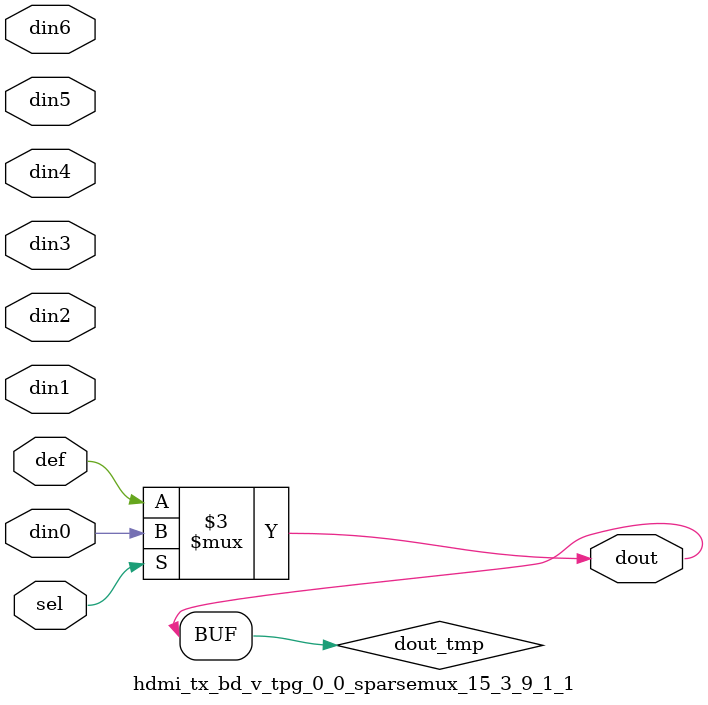
<source format=v>
`timescale 1ns / 1ps

(* DowngradeIPIdentifiedWarnings="yes" *) module hdmi_tx_bd_v_tpg_0_0_sparsemux_15_3_9_1_1 (din0,din1,din2,din3,din4,din5,din6,def,sel,dout);

parameter din0_WIDTH = 1;

parameter din1_WIDTH = 1;

parameter din2_WIDTH = 1;

parameter din3_WIDTH = 1;

parameter din4_WIDTH = 1;

parameter din5_WIDTH = 1;

parameter din6_WIDTH = 1;

parameter def_WIDTH = 1;
parameter sel_WIDTH = 1;
parameter dout_WIDTH = 1;

parameter [sel_WIDTH-1:0] CASE0 = 1;

parameter [sel_WIDTH-1:0] CASE1 = 1;

parameter [sel_WIDTH-1:0] CASE2 = 1;

parameter [sel_WIDTH-1:0] CASE3 = 1;

parameter [sel_WIDTH-1:0] CASE4 = 1;

parameter [sel_WIDTH-1:0] CASE5 = 1;

parameter [sel_WIDTH-1:0] CASE6 = 1;

parameter ID = 1;
parameter NUM_STAGE = 1;



input [din0_WIDTH-1:0] din0;

input [din1_WIDTH-1:0] din1;

input [din2_WIDTH-1:0] din2;

input [din3_WIDTH-1:0] din3;

input [din4_WIDTH-1:0] din4;

input [din5_WIDTH-1:0] din5;

input [din6_WIDTH-1:0] din6;

input [def_WIDTH-1:0] def;
input [sel_WIDTH-1:0] sel;

output [dout_WIDTH-1:0] dout;



reg [dout_WIDTH-1:0] dout_tmp;


always @ (*) begin
(* parallel_case *) case (sel)
    
    CASE0 : dout_tmp = din0;
    
    CASE1 : dout_tmp = din1;
    
    CASE2 : dout_tmp = din2;
    
    CASE3 : dout_tmp = din3;
    
    CASE4 : dout_tmp = din4;
    
    CASE5 : dout_tmp = din5;
    
    CASE6 : dout_tmp = din6;
    
    default : dout_tmp = def;
endcase
end


assign dout = dout_tmp;



endmodule

</source>
